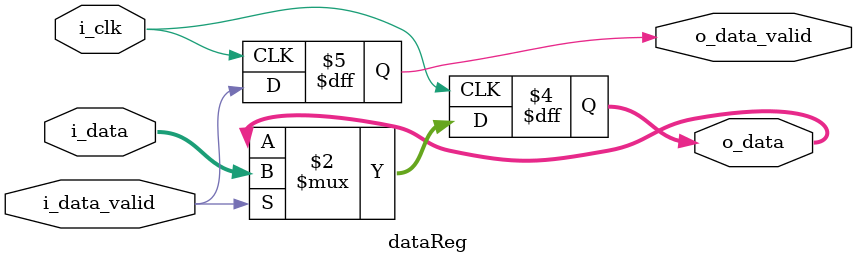
<source format=v>
`timescale 1ns / 1ps


module dataReg #(parameter dataWidth=8)(
input i_clk,
input [dataWidth-1:0] i_data,
input i_data_valid,
output reg [dataWidth-1:0] o_data,
output reg o_data_valid
);


always @(posedge i_clk)
begin
    if(i_data_valid)
        o_data <= i_data;
    o_data_valid <= i_data_valid;
end

endmodule
</source>
